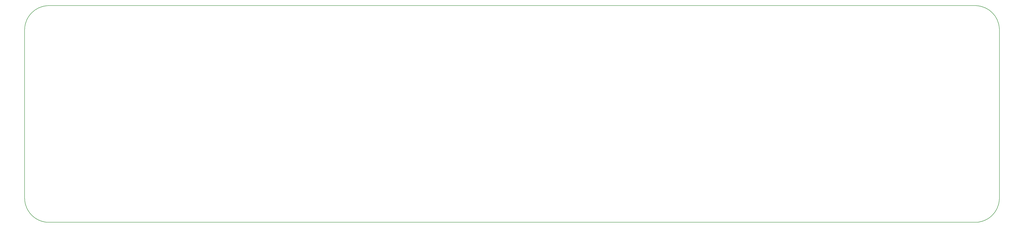
<source format=gko>
G04*
G04 #@! TF.GenerationSoftware,Altium Limited,Altium Designer,19.0.14 (431)*
G04*
G04 Layer_Color=16711935*
%FSLAX25Y25*%
%MOIN*%
G70*
G01*
G75*
%ADD13C,0.00600*%
%ADD26C,0.00787*%
D13*
X-787402Y0D02*
Y133858D01*
Y-137795D02*
Y0D01*
X-748032Y173228D02*
X748032Y173228D01*
X-748032Y-177165D02*
X748032Y-177165D01*
X787402Y-137795D02*
Y133858D01*
D26*
X-748032Y173228D02*
X-749029Y173216D01*
X-750026Y173178D01*
X-751021Y173115D01*
X-752014Y173026D01*
X-753006Y172913D01*
X-753993Y172774D01*
X-754977Y172611D01*
X-755957Y172422D01*
X-756931Y172209D01*
X-757900Y171971D01*
X-758862Y171709D01*
X-759818Y171423D01*
X-760765Y171112D01*
X-761705Y170778D01*
X-762636Y170419D01*
X-763557Y170038D01*
X-764469Y169633D01*
X-765370Y169205D01*
X-766260Y168754D01*
X-767138Y168281D01*
X-768004Y167786D01*
X-768857Y167270D01*
X-769697Y166731D01*
X-770522Y166172D01*
X-771334Y165592D01*
X-772130Y164991D01*
X-772911Y164371D01*
X-773676Y163731D01*
X-774425Y163071D01*
X-775156Y162393D01*
X-775870Y161697D01*
X-776567Y160983D01*
X-777245Y160251D01*
X-777904Y159503D01*
X-778544Y158738D01*
X-779164Y157957D01*
X-779765Y157160D01*
X-780345Y156349D01*
X-780904Y155523D01*
X-781443Y154684D01*
X-781959Y153831D01*
X-782455Y152965D01*
X-782928Y152086D01*
X-783378Y151197D01*
X-783806Y150296D01*
X-784211Y149384D01*
X-784593Y148462D01*
X-784951Y147532D01*
X-785285Y146592D01*
X-785596Y145644D01*
X-785883Y144689D01*
X-786145Y143726D01*
X-786382Y142758D01*
X-786596Y141783D01*
X-786784Y140804D01*
X-786948Y139820D01*
X-787086Y138832D01*
X-787200Y137841D01*
X-787288Y136848D01*
X-787351Y135852D01*
X-787389Y134856D01*
X-787402Y133858D01*
Y-137795D02*
X-787389Y-138793D01*
X-787351Y-139789D01*
X-787288Y-140785D01*
X-787200Y-141778D01*
X-787086Y-142769D01*
X-786948Y-143757D01*
X-786784Y-144741D01*
X-786596Y-145720D01*
X-786382Y-146695D01*
X-786145Y-147663D01*
X-785883Y-148626D01*
X-785596Y-149581D01*
X-785285Y-150529D01*
X-784951Y-151469D01*
X-784593Y-152400D01*
X-784211Y-153321D01*
X-783806Y-154233D01*
X-783378Y-155134D01*
X-782928Y-156024D01*
X-782455Y-156902D01*
X-781959Y-157768D01*
X-781443Y-158621D01*
X-780904Y-159460D01*
X-780345Y-160286D01*
X-779765Y-161098D01*
X-779164Y-161894D01*
X-778544Y-162675D01*
X-777904Y-163440D01*
X-777245Y-164188D01*
X-776567Y-164920D01*
X-775870Y-165634D01*
X-775156Y-166330D01*
X-774425Y-167008D01*
X-773676Y-167668D01*
X-772911Y-168308D01*
X-772130Y-168928D01*
X-771334Y-169529D01*
X-770522Y-170109D01*
X-769697Y-170668D01*
X-768857Y-171206D01*
X-768004Y-171723D01*
X-767138Y-172218D01*
X-766260Y-172691D01*
X-765370Y-173142D01*
X-764469Y-173570D01*
X-763557Y-173975D01*
X-762636Y-174356D01*
X-761705Y-174715D01*
X-760765Y-175049D01*
X-759817Y-175360D01*
X-758862Y-175646D01*
X-757900Y-175909D01*
X-756931Y-176146D01*
X-755957Y-176359D01*
X-754977Y-176548D01*
X-753993Y-176711D01*
X-753006Y-176850D01*
X-752014Y-176963D01*
X-751021Y-177052D01*
X-750026Y-177115D01*
X-749029Y-177153D01*
X-748032Y-177165D01*
X787402Y133858D02*
X787389Y134856D01*
X787351Y135852D01*
X787288Y136848D01*
X787200Y137841D01*
X787086Y138832D01*
X786948Y139820D01*
X786784Y140804D01*
X786596Y141783D01*
X786382Y142758D01*
X786145Y143727D01*
X785883Y144689D01*
X785596Y145644D01*
X785285Y146592D01*
X784951Y147532D01*
X784593Y148463D01*
X784211Y149384D01*
X783806Y150296D01*
X783378Y151197D01*
X782928Y152086D01*
X782455Y152965D01*
X781959Y153831D01*
X781443Y154684D01*
X780904Y155523D01*
X780345Y156349D01*
X779765Y157160D01*
X779164Y157957D01*
X778544Y158738D01*
X777904Y159503D01*
X777245Y160251D01*
X776567Y160983D01*
X775870Y161697D01*
X775156Y162393D01*
X774425Y163071D01*
X773676Y163731D01*
X772911Y164371D01*
X772130Y164991D01*
X771334Y165592D01*
X770522Y166172D01*
X769697Y166731D01*
X768857Y167270D01*
X768004Y167786D01*
X767138Y168281D01*
X766260Y168754D01*
X765370Y169205D01*
X764469Y169633D01*
X763557Y170038D01*
X762636Y170419D01*
X761705Y170778D01*
X760765Y171112D01*
X759817Y171423D01*
X758862Y171709D01*
X757900Y171972D01*
X756931Y172209D01*
X755957Y172423D01*
X754977Y172611D01*
X753993Y172774D01*
X753005Y172913D01*
X752014Y173026D01*
X751021Y173115D01*
X750026Y173178D01*
X749029Y173216D01*
X748032Y173228D01*
Y-177165D02*
X749029Y-177153D01*
X750026Y-177115D01*
X751021Y-177052D01*
X752014Y-176963D01*
X753005Y-176850D01*
X753993Y-176711D01*
X754977Y-176548D01*
X755957Y-176359D01*
X756931Y-176146D01*
X757900Y-175909D01*
X758862Y-175646D01*
X759817Y-175360D01*
X760765Y-175049D01*
X761705Y-174715D01*
X762636Y-174356D01*
X763557Y-173975D01*
X764469Y-173570D01*
X765370Y-173142D01*
X766260Y-172691D01*
X767138Y-172219D01*
X768004Y-171723D01*
X768857Y-171207D01*
X769696Y-170668D01*
X770522Y-170109D01*
X771334Y-169529D01*
X772130Y-168928D01*
X772911Y-168308D01*
X773676Y-167668D01*
X774424Y-167009D01*
X775156Y-166331D01*
X775870Y-165634D01*
X776566Y-164920D01*
X777244Y-164189D01*
X777904Y-163440D01*
X778544Y-162675D01*
X779164Y-161894D01*
X779765Y-161098D01*
X780345Y-160286D01*
X780904Y-159461D01*
X781442Y-158621D01*
X781959Y-157768D01*
X782454Y-156902D01*
X782927Y-156024D01*
X783378Y-155134D01*
X783806Y-154233D01*
X784211Y-153322D01*
X784592Y-152400D01*
X784951Y-151469D01*
X785285Y-150530D01*
X785596Y-149582D01*
X785882Y-148626D01*
X786145Y-147664D01*
X786382Y-146695D01*
X786596Y-145721D01*
X786784Y-144741D01*
X786947Y-143757D01*
X787086Y-142770D01*
X787199Y-141779D01*
X787288Y-140785D01*
X787351Y-139790D01*
X787389Y-138793D01*
X787402Y-137796D01*
M02*

</source>
